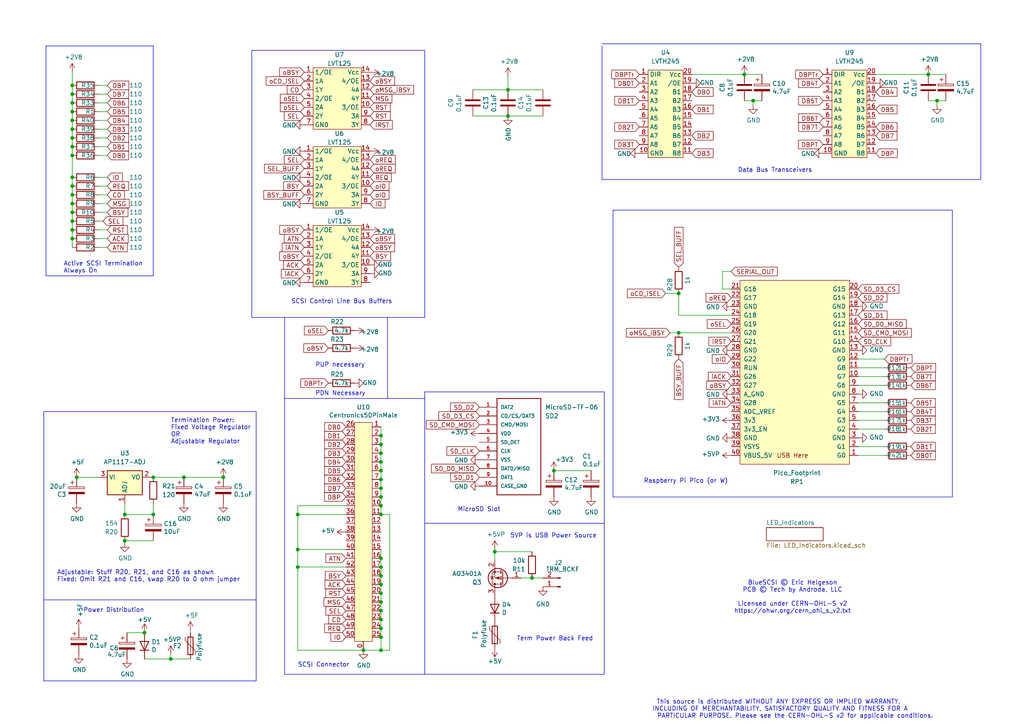
<source format=kicad_sch>
(kicad_sch (version 20231120) (generator "eeschema") (generator_version "8.0")
  (paper "A4")
  (title_block (title "BlueSCSI V2, Centronics 50 Pin, 2024.03a") (date "March 2024") (rev "1") (company "Tech by Androda, LLC"))
  (junction (at 41.91 183.515))
  (junction (at 110.49 182.245))
  (junction (at 110.49 179.705))
  (junction (at 110.49 184.785))
  (junction (at 20.955 59.055))
  (junction (at 110.49 131.445))
  (junction (at 110.49 164.465))
  (junction (at 44.45 138.43))
  (junction (at 20.955 32.385))
  (junction (at 110.49 146.685))
  (junction (at 218.44 29.21))
  (junction (at 20.955 42.545))
  (junction (at 147.32 33.655))
  (junction (at 20.955 56.515))
  (junction (at 49.53 191.135))
  (junction (at 110.49 136.525))
  (junction (at 86.36 149.225))
  (junction (at 147.32 26.035))
  (junction (at 143.51 160.02))
  (junction (at 196.85 85.09))
  (junction (at 86.36 159.385))
  (junction (at 53.34 138.43))
  (junction (at 20.955 61.595))
  (junction (at 110.49 188.595))
  (junction (at 20.955 69.215))
  (junction (at 110.49 133.985))
  (junction (at 22.225 138.43))
  (junction (at 110.49 174.625))
  (junction (at 20.955 64.135))
  (junction (at 20.955 37.465))
  (junction (at 160.655 136.525))
  (junction (at 36.195 156.845))
  (junction (at 110.49 128.905))
  (junction (at 215.9 21.59))
  (junction (at 110.49 126.365))
  (junction (at 64.77 138.43))
  (junction (at 269.24 21.59))
  (junction (at 20.955 34.925))
  (junction (at 86.36 164.465))
  (junction (at 110.49 167.005))
  (junction (at 110.49 141.605))
  (junction (at 20.955 29.845))
  (junction (at 110.49 169.545))
  (junction (at 196.85 96.52))
  (junction (at 110.49 161.925))
  (junction (at 20.955 40.005))
  (junction (at 271.78 29.21))
  (junction (at 20.955 24.765))
  (junction (at 110.49 177.165))
  (junction (at 44.45 149.225))
  (junction (at 20.955 45.085))
  (junction (at 36.195 149.225))
  (junction (at 110.49 144.145))
  (junction (at 20.955 51.435))
  (junction (at 20.955 27.305))
  (junction (at 110.49 172.085))
  (junction (at 105.41 188.595))
  (junction (at 154.305 167.64))
  (junction (at 110.49 139.065))
  (junction (at 110.49 149.225))
  (junction (at 20.955 53.975))
  (junction (at 20.955 66.675))
  (wire (pts (xy 194.31 96.52) (xy 196.85 96.52)))
  (wire (pts (xy 215.9 21.59) (xy 200.66 21.59)))
  (wire (pts (xy 110.49 141.605) (xy 110.49 144.145)))
  (polyline (pts (xy 74.295 173.99) (xy 74.295 119.38)))
  (wire (pts (xy 110.49 161.925) (xy 110.49 164.465)))
  (wire (pts (xy 43.815 138.43) (xy 44.45 138.43)))
  (wire (pts (xy 36.195 156.845) (xy 44.45 156.845)))
  (wire (pts (xy 100.33 159.385) (xy 86.36 159.385)))
  (polyline (pts (xy 175.26 151.765) (xy 175.26 113.665)))
  (wire (pts (xy 110.49 126.365) (xy 110.49 128.905)))
  (polyline (pts (xy 13.335 80.01) (xy 44.45 80.01)))
  (wire (pts (xy 271.78 29.21) (xy 271.78 30.48)))
  (wire (pts (xy 154.305 167.64) (xy 151.13 167.64)))
  (wire (pts (xy 20.955 24.765) (xy 20.955 27.305)))
  (wire (pts (xy 20.955 42.545) (xy 20.955 45.085)))
  (wire (pts (xy 49.53 191.135) (xy 55.245 191.135)))
  (polyline (pts (xy 74.295 197.485) (xy 74.295 173.99)))
  (wire (pts (xy 28.575 64.135) (xy 29.845 64.135)))
  (wire (pts (xy 269.24 29.21) (xy 271.78 29.21)))
  (wire (pts (xy 20.955 34.925) (xy 20.955 37.465)))
  (wire (pts (xy 215.9 29.21) (xy 218.44 29.21)))
  (polyline (pts (xy 74.295 173.99) (xy 74.295 173.99)))
  (wire (pts (xy 110.49 131.445) (xy 110.49 133.985)))
  (polyline (pts (xy 12.7 197.485) (xy 74.295 197.485)))
  (wire (pts (xy 147.32 33.655) (xy 157.48 33.655)))
  (wire (pts (xy 137.16 26.035) (xy 147.32 26.035)))
  (wire (pts (xy 110.49 128.905) (xy 110.49 131.445)))
  (wire (pts (xy 100.33 164.465) (xy 86.36 164.465)))
  (wire (pts (xy 28.575 42.545) (xy 31.115 42.545)))
  (polyline (pts (xy 177.8 60.96) (xy 177.8 144.145)))
  (wire (pts (xy 160.655 136.525) (xy 171.45 136.525)))
  (wire (pts (xy 248.92 119.38) (xy 256.54 119.38)))
  (wire (pts (xy 248.92 129.54) (xy 256.54 129.54)))
  (wire (pts (xy 248.92 111.76) (xy 256.54 111.76)))
  (wire (pts (xy 113.03 149.225) (xy 113.03 188.595)))
  (wire (pts (xy 110.49 159.385) (xy 110.49 161.925)))
  (wire (pts (xy 86.36 159.385) (xy 86.36 164.465)))
  (wire (pts (xy 31.115 59.055) (xy 28.575 59.055)))
  (polyline (pts (xy 175.26 195.58) (xy 175.26 151.765)))
  (polyline (pts (xy 12.7 119.38) (xy 74.295 119.38)))
  (wire (pts (xy 248.92 121.92) (xy 256.54 121.92)))
  (wire (pts (xy 110.49 169.545) (xy 110.49 172.085)))
  (wire (pts (xy 143.51 160.02) (xy 143.51 162.56)))
  (wire (pts (xy 28.575 40.005) (xy 31.115 40.005)))
  (polyline (pts (xy 12.7 173.99) (xy 74.295 173.99)))
  (polyline (pts (xy 276.225 144.145) (xy 177.8 144.145)))
  (wire (pts (xy 20.955 59.055) (xy 20.955 61.595)))
  (polyline (pts (xy 44.45 80.01) (xy 44.45 13.335)))
  (polyline (pts (xy 12.7 119.38) (xy 12.7 173.99)))
  (wire (pts (xy 212.09 91.44) (xy 196.85 91.44)))
  (polyline (pts (xy 73.025 14.605) (xy 123.19 14.605)))
  (polyline (pts (xy 73.025 92.075) (xy 123.19 92.075)))
  (wire (pts (xy 215.9 21.59) (xy 220.98 21.59)))
  (wire (pts (xy 193.04 85.09) (xy 196.85 85.09)))
  (wire (pts (xy 110.49 182.245) (xy 110.49 184.785)))
  (wire (pts (xy 28.575 53.975) (xy 31.115 53.975)))
  (wire (pts (xy 110.49 174.625) (xy 110.49 177.165)))
  (wire (pts (xy 36.195 146.05) (xy 36.195 149.225)))
  (wire (pts (xy 28.575 27.305) (xy 31.115 27.305)))
  (wire (pts (xy 86.36 146.685) (xy 86.36 149.225)))
  (wire (pts (xy 31.115 51.435) (xy 28.575 51.435)))
  (wire (pts (xy 20.955 27.305) (xy 20.955 29.845)))
  (wire (pts (xy 31.115 34.925) (xy 28.575 34.925)))
  (wire (pts (xy 20.955 32.385) (xy 20.955 34.925)))
  (wire (pts (xy 218.44 29.21) (xy 218.44 30.48)))
  (wire (pts (xy 31.115 37.465) (xy 28.575 37.465)))
  (wire (pts (xy 212.09 78.74) (xy 209.55 78.74)))
  (wire (pts (xy 20.955 66.675) (xy 20.955 69.215)))
  (wire (pts (xy 196.85 91.44) (xy 196.85 85.09)))
  (wire (pts (xy 110.49 133.985) (xy 110.49 136.525)))
  (polyline (pts (xy 174.625 13.335) (xy 174.625 52.07)))
  (wire (pts (xy 20.955 45.085) (xy 20.955 51.435)))
  (wire (pts (xy 28.575 66.675) (xy 31.115 66.675)))
  (wire (pts (xy 55.245 183.515) (xy 55.245 182.88)))
  (wire (pts (xy 196.85 96.52) (xy 212.09 96.52)))
  (wire (pts (xy 110.49 164.465) (xy 110.49 167.005)))
  (polyline (pts (xy 123.19 115.57) (xy 112.395 115.57)))
  (wire (pts (xy 110.49 177.165) (xy 110.49 179.705)))
  (polyline (pts (xy 13.335 13.335) (xy 44.45 13.335)))
  (wire (pts (xy 20.955 61.595) (xy 20.955 64.135)))
  (polyline (pts (xy 112.395 115.57) (xy 112.395 92.075)))
  (wire (pts (xy 209.55 78.74) (xy 209.55 83.82)))
  (wire (pts (xy 154.305 167.64) (xy 157.48 167.64)))
  (wire (pts (xy 110.49 188.595) (xy 105.41 188.595)))
  (wire (pts (xy 53.34 138.43) (xy 64.77 138.43)))
  (polyline (pts (xy 13.335 13.335) (xy 13.335 80.01)))
  (wire (pts (xy 147.32 26.035) (xy 157.48 26.035)))
  (wire (pts (xy 49.53 189.865) (xy 49.53 191.135)))
  (polyline (pts (xy 123.19 92.075) (xy 123.19 14.605)))
  (wire (pts (xy 248.92 116.84) (xy 256.54 116.84)))
  (wire (pts (xy 110.49 123.825) (xy 110.49 126.365)))
  (wire (pts (xy 20.955 20.955) (xy 20.955 24.765)))
  (wire (pts (xy 41.91 191.135) (xy 49.53 191.135)))
  (wire (pts (xy 36.195 156.845) (xy 36.195 157.48)))
  (polyline (pts (xy 177.8 60.96) (xy 276.225 60.96)))
  (wire (pts (xy 218.44 29.21) (xy 220.98 29.21)))
  (polyline (pts (xy 123.19 195.58) (xy 123.19 115.57)))
  (wire (pts (xy 31.115 45.085) (xy 28.575 45.085)))
  (wire (pts (xy 110.49 146.685) (xy 110.49 149.225)))
  (wire (pts (xy 110.49 172.085) (xy 110.49 174.625)))
  (wire (pts (xy 100.33 149.225) (xy 86.36 149.225)))
  (wire (pts (xy 147.32 22.225) (xy 147.32 26.035)))
  (wire (pts (xy 113.03 188.595) (xy 110.49 188.595)))
  (polyline (pts (xy 73.025 14.605) (xy 73.025 92.075)))
  (wire (pts (xy 28.575 138.43) (xy 22.225 138.43)))
  (wire (pts (xy 248.92 124.46) (xy 256.54 124.46)))
  (wire (pts (xy 110.49 144.145) (xy 110.49 146.685)))
  (polyline (pts (xy 12.7 173.99) (xy 12.7 197.485)))
  (wire (pts (xy 31.115 61.595) (xy 28.575 61.595)))
  (polyline (pts (xy 123.19 195.58) (xy 175.26 195.58)))
  (wire (pts (xy 110.49 149.225) (xy 113.03 149.225)))
  (wire (pts (xy 28.575 32.385) (xy 31.115 32.385)))
  (polyline (pts (xy 175.26 113.665) (xy 123.19 113.665)))
  (polyline (pts (xy 82.55 115.57) (xy 82.55 195.58)))
  (wire (pts (xy 248.92 104.14) (xy 256.54 104.14)))
  (wire (pts (xy 20.955 29.845) (xy 20.955 32.385)))
  (wire (pts (xy 248.92 109.22) (xy 256.54 109.22)))
  (wire (pts (xy 86.36 188.595) (xy 105.41 188.595)))
  (wire (pts (xy 110.49 139.065) (xy 110.49 141.605)))
  (polyline (pts (xy 82.55 195.58) (xy 123.19 195.58)))
  (wire (pts (xy 248.92 132.08) (xy 256.54 132.08)))
  (polyline (pts (xy 174.625 52.07) (xy 284.48 52.07)))
  (wire (pts (xy 28.575 24.765) (xy 31.115 24.765)))
  (wire (pts (xy 110.49 179.705) (xy 110.49 182.245)))
  (polyline (pts (xy 123.19 151.765) (xy 175.26 151.765)))
  (wire (pts (xy 20.955 53.975) (xy 20.955 56.515)))
  (wire (pts (xy 20.955 56.515) (xy 20.955 59.055)))
  (wire (pts (xy 110.49 167.005) (xy 110.49 169.545)))
  (wire (pts (xy 28.575 71.755) (xy 31.115 71.755)))
  (wire (pts (xy 31.115 69.215) (xy 28.575 69.215)))
  (wire (pts (xy 209.55 83.82) (xy 212.09 83.82)))
  (wire (pts (xy 248.92 106.68) (xy 256.54 106.68)))
  (wire (pts (xy 271.78 29.21) (xy 274.32 29.21)))
  (wire (pts (xy 110.49 184.785) (xy 110.49 188.595)))
  (wire (pts (xy 36.195 149.225) (xy 44.45 149.225)))
  (wire (pts (xy 44.45 138.43) (xy 53.34 138.43)))
  (polyline (pts (xy 284.48 52.07) (xy 284.48 12.7)))
  (wire (pts (xy 143.51 159.385) (xy 143.51 160.02)))
  (polyline (pts (xy 174.625 12.7) (xy 284.48 12.7)))
  (wire (pts (xy 269.24 21.59) (xy 274.32 21.59)))
  (wire (pts (xy 110.49 136.525) (xy 110.49 139.065)))
  (wire (pts (xy 20.955 51.435) (xy 20.955 53.975)))
  (polyline (pts (xy 123.19 113.665) (xy 123.19 115.57)))
  (polyline (pts (xy 276.225 60.96) (xy 276.225 144.145)))
  (wire (pts (xy 86.36 149.225) (xy 86.36 159.385)))
  (wire (pts (xy 20.955 64.135) (xy 20.955 66.675)))
  (wire (pts (xy 100.33 146.685) (xy 86.36 146.685)))
  (wire (pts (xy 137.16 33.655) (xy 147.32 33.655)))
  (wire (pts (xy 20.955 69.215) (xy 20.955 71.755)))
  (wire (pts (xy 28.575 56.515) (xy 31.115 56.515)))
  (wire (pts (xy 20.955 37.465) (xy 20.955 40.005)))
  (wire (pts (xy 44.45 146.05) (xy 44.45 149.225)))
  (polyline (pts (xy 82.55 115.57) (xy 112.395 115.57)))
  (wire (pts (xy 31.115 29.845) (xy 28.575 29.845)))
  (wire (pts (xy 36.83 183.515) (xy 41.91 183.515)))
  (polyline (pts (xy 82.55 92.075) (xy 82.55 115.57)))
  (wire (pts (xy 20.955 40.005) (xy 20.955 42.545)))
  (wire (pts (xy 269.24 21.59) (xy 254 21.59)))
  (wire (pts (xy 86.36 164.465) (xy 86.36 188.595)))
  (wire (pts (xy 154.305 160.02) (xy 143.51 160.02)))
  (text "Data Bus Transceivers" (at 213.995 50.165 0) (effects (font (size 1.27 1.27)) (justify left bottom)))
  (text "Termination Power:\nFixed Voltage Regulator\nOR\nAdjustable Regulator" (at 49.53 128.905 0) (effects (font (size 1.27 1.27)) (justify left bottom)))
  (text "Active SCSI Termination\nAlways On" (at 18.415 79.375 0) (effects (font (size 1.27 1.27)) (justify left bottom)))
  (text "Raspberry Pi Pico (or W)" (at 186.69 140.335 0) (effects (font (size 1.27 1.27)) (justify left bottom)))
  (text "Power Distribution" (at 24.13 177.8 0) (effects (font (size 1.27 1.27)) (justify left bottom)))
  (text "MicroSD Slot" (at 132.715 148.59 0) (effects (font (size 1.27 1.27)) (justify left bottom)))
  (text "SCSI Control Line Bus Buffers" (at 84.455 88.265 0) (effects (font (size 1.27 1.27)) (justify left bottom)))
  (text "SCSI Connector" (at 86.36 193.675 0) (effects (font (size 1.27 1.27)) (justify left bottom)))
  (text "5VP is USB Power Source" (at 147.955 156.21 0) (effects (font (size 1.27 1.27)) (justify left bottom)))
  (text "PDN Necessary" (at 91.44 114.935 0) (effects (font (size 1.27 1.27)) (justify left bottom)))
  (text "BlueSCSI © Eric Helgeson\nPCB © Tech by Androda, LLC\n\nLicensed under CERN-OHL-S v2\nhttps://ohwr.org/cern_ohl_s_v2.txt" (at 229.87 173.228 0) (effects (font (size 1.27 1.27))))
  (text "This source is distributed WITHOUT ANY EXPRESS OR IMPLIED WARRANTY,          \nINCLUDING OF MERCHANTABILITY, SATISFACTORY QUALITY AND FITNESS FOR A         \nPARTICULAR PURPOSE. Please see the CERN-OHL-S v2 for applicable conditions.\n\nAs per CERN-OHL-S v2 section 4, should You produce hardware based on this    \nsource, You must where practicable maintain the Source Location visible      \non the external case of the Device or other products you make using this source.  \n" (at 230.632 209.804 0) (effects (font (size 1.27 1.27))))
  (text "Term Power Back Feed" (at 149.86 186.055 0) (effects (font (size 1.27 1.27)) (justify left bottom)))
  (text "Adjustable: Stuff R20, R21, and C16 as shown\nFixed: Omit R21 and C16, swap R20 to 0 ohm jumper" (at 16.51 168.91 0) (effects (font (size 1.27 1.27)) (justify left bottom)))
  (text "PUP necessary" (at 91.44 106.68 0) (effects (font (size 1.27 1.27)) (justify left bottom)))
  (global_label "RST" (shape input) (at 31.115 66.675 0) (property "Intersheetrefs" "${INTERSHEET_REFS}" (effects (hide yes))))
  (global_label "oSEL" (shape input) (at 95.25 95.885 180) (property "Intersheetrefs" "${INTERSHEET_REFS}" (effects (hide yes))))
  (global_label "CD" (shape input) (at 100.33 179.705 180) (property "Intersheetrefs" "${INTERSHEET_REFS}" (effects (hide yes))))
  (global_label "MSG" (shape input) (at 107.315 28.575 0) (property "Intersheetrefs" "${INTERSHEET_REFS}" (effects (hide yes))))
  (global_label "SEL" (shape input) (at 29.845 64.135 0) (property "Intersheetrefs" "${INTERSHEET_REFS}" (effects (hide yes))))
  (global_label "DB7T" (shape input) (at 238.76 36.83 180) (property "Intersheetrefs" "${INTERSHEET_REFS}" (effects (hide yes))))
  (global_label "DB3" (shape input) (at 200.66 44.45 0) (property "Intersheetrefs" "${INTERSHEET_REFS}" (effects (hide yes))))
  (global_label "SD_D1" (shape input) (at 139.065 138.43 180) (property "Intersheetrefs" "${INTERSHEET_REFS}" (effects (hide yes))))
  (global_label "oBSY" (shape input) (at 107.315 23.495 0) (property "Intersheetrefs" "${INTERSHEET_REFS}" (effects (hide yes))))
  (global_label "DB6" (shape input) (at 254 36.83 0) (property "Intersheetrefs" "${INTERSHEET_REFS}" (effects (hide yes))))
  (global_label "SD_CLK" (shape input) (at 139.065 130.81 180) (property "Intersheetrefs" "${INTERSHEET_REFS}" (effects (hide yes))))
  (global_label "DB2T" (shape input) (at 185.42 36.83 180) (property "Intersheetrefs" "${INTERSHEET_REFS}" (effects (hide yes))))
  (global_label "DBP" (shape input) (at 100.33 144.145 180) (property "Intersheetrefs" "${INTERSHEET_REFS}" (effects (hide yes))))
  (global_label "IO" (shape input) (at 100.33 184.785 180) (property "Intersheetrefs" "${INTERSHEET_REFS}" (effects (hide yes))))
  (global_label "DB4" (shape input) (at 254 26.67 0) (property "Intersheetrefs" "${INTERSHEET_REFS}" (effects (hide yes))))
  (global_label "CD" (shape input) (at 88.265 26.035 180) (property "Intersheetrefs" "${INTERSHEET_REFS}" (effects (hide yes))))
  (global_label "DB1" (shape input) (at 31.115 42.545 0) (property "Intersheetrefs" "${INTERSHEET_REFS}" (effects (hide yes))))
  (global_label "DB1T" (shape input) (at 264.16 129.54 0) (property "Intersheetrefs" "${INTERSHEET_REFS}" (effects (hide yes))))
  (global_label "DB2" (shape input) (at 100.33 128.905 180) (property "Intersheetrefs" "${INTERSHEET_REFS}" (effects (hide yes))))
  (global_label "oIO" (shape input) (at 212.09 104.14 180) (property "Intersheetrefs" "${INTERSHEET_REFS}" (effects (hide yes))))
  (global_label "oBSY" (shape input) (at 107.315 71.755 0) (property "Intersheetrefs" "${INTERSHEET_REFS}" (effects (hide yes))))
  (global_label "DB3" (shape input) (at 31.115 37.465 0) (property "Intersheetrefs" "${INTERSHEET_REFS}" (effects (hide yes))))
  (global_label "DBPTr" (shape input) (at 95.25 111.125 180) (property "Intersheetrefs" "${INTERSHEET_REFS}" (effects (hide yes))))
  (global_label "DB5T" (shape input) (at 238.76 29.21 180) (property "Intersheetrefs" "${INTERSHEET_REFS}" (effects (hide yes))))
  (global_label "DB1T" (shape input) (at 185.42 29.21 180) (property "Intersheetrefs" "${INTERSHEET_REFS}" (effects (hide yes))))
  (global_label "SEL_BUFF" (shape input) (at 196.85 77.47 90) (property "Intersheetrefs" "${INTERSHEET_REFS}" (effects (hide yes))))
  (global_label "oMSG_iBSY" (shape input) (at 107.315 26.035 0) (property "Intersheetrefs" "${INTERSHEET_REFS}" (effects (hide yes))))
  (global_label "CD" (shape input) (at 31.115 56.515 0) (property "Intersheetrefs" "${INTERSHEET_REFS}" (effects (hide yes))))
  (global_label "DB6T" (shape input) (at 238.76 34.29 180) (property "Intersheetrefs" "${INTERSHEET_REFS}" (effects (hide yes))))
  (global_label "oREQ" (shape input) (at 107.315 46.355 0) (property "Intersheetrefs" "${INTERSHEET_REFS}" (effects (hide yes))))
  (global_label "BSY" (shape input) (at 107.315 74.295 0) (property "Intersheetrefs" "${INTERSHEET_REFS}" (effects (hide yes))))
  (global_label "REQ" (shape input) (at 31.115 53.975 0) (property "Intersheetrefs" "${INTERSHEET_REFS}" (effects (hide yes))))
  (global_label "ACK" (shape input) (at 88.265 76.835 180) (property "Intersheetrefs" "${INTERSHEET_REFS}" (effects (hide yes))))
  (global_label "iRST" (shape input) (at 107.315 36.195 0) (property "Intersheetrefs" "${INTERSHEET_REFS}" (effects (hide yes))))
  (global_label "DB1" (shape input) (at 100.33 126.365 180) (property "Intersheetrefs" "${INTERSHEET_REFS}" (effects (hide yes))))
  (global_label "iATN" (shape input) (at 88.265 71.755 180) (property "Intersheetrefs" "${INTERSHEET_REFS}" (effects (hide yes))))
  (global_label "oBSY" (shape input) (at 88.265 20.955 180) (property "Intersheetrefs" "${INTERSHEET_REFS}" (effects (hide yes))))
  (global_label "oBSY" (shape input) (at 88.265 66.675 180) (property "Intersheetrefs" "${INTERSHEET_REFS}" (effects (hide yes))))
  (global_label "DBP" (shape input) (at 31.115 24.765 0) (property "Intersheetrefs" "${INTERSHEET_REFS}" (effects (hide yes))))
  (global_label "RST" (shape input) (at 107.315 33.655 0) (property "Intersheetrefs" "${INTERSHEET_REFS}" (effects (hide yes))))
  (global_label "oBSY" (shape input) (at 88.265 74.295 180) (property "Intersheetrefs" "${INTERSHEET_REFS}" (effects (hide yes))))
  (global_label "DBPTr" (shape input) (at 185.42 21.59 180) (property "Intersheetrefs" "${INTERSHEET_REFS}" (effects (hide yes))))
  (global_label "oBSY" (shape input) (at 107.315 69.215 0) (property "Intersheetrefs" "${INTERSHEET_REFS}" (effects (hide yes))))
  (global_label "DB7T" (shape input) (at 264.16 109.22 0) (property "Intersheetrefs" "${INTERSHEET_REFS}" (effects (hide yes))))
  (global_label "SERIAL_OUT" (shape input) (at 212.09 78.74 0) (property "Intersheetrefs" "${INTERSHEET_REFS}" (effects (hide yes))))
  (global_label "BSY" (shape input) (at 100.33 167.005 180) (property "Intersheetrefs" "${INTERSHEET_REFS}" (effects (hide yes))))
  (global_label "RST" (shape input) (at 107.315 31.115 0) (property "Intersheetrefs" "${INTERSHEET_REFS}" (effects (hide yes))))
  (global_label "DB7" (shape input) (at 31.115 27.305 0) (property "Intersheetrefs" "${INTERSHEET_REFS}" (effects (hide yes))))
  (global_label "SD_D0_MISO" (shape input) (at 248.92 93.98 0) (property "Intersheetrefs" "${INTERSHEET_REFS}" (effects (hide yes))))
  (global_label "DB6" (shape input) (at 100.33 139.065 180) (property "Intersheetrefs" "${INTERSHEET_REFS}" (effects (hide yes))))
  (global_label "DB2" (shape input) (at 31.115 40.005 0) (property "Intersheetrefs" "${INTERSHEET_REFS}" (effects (hide yes))))
  (global_label "DB3T" (shape input) (at 185.42 41.91 180) (property "Intersheetrefs" "${INTERSHEET_REFS}" (effects (hide yes))))
  (global_label "DB4" (shape input) (at 31.115 34.925 0) (property "Intersheetrefs" "${INTERSHEET_REFS}" (effects (hide yes))))
  (global_label "DB0T" (shape input) (at 185.42 24.13 180) (property "Intersheetrefs" "${INTERSHEET_REFS}" (effects (hide yes))))
  (global_label "oSEL" (shape input) (at 88.265 31.115 180) (property "Intersheetrefs" "${INTERSHEET_REFS}" (effects (hide yes))))
  (global_label "oIO" (shape input) (at 107.315 56.515 0) (property "Intersheetrefs" "${INTERSHEET_REFS}" (effects (hide yes))))
  (global_label "DB5" (shape input) (at 31.115 32.385 0) (property "Intersheetrefs" "${INTERSHEET_REFS}" (effects (hide yes))))
  (global_label "SD_D3_CS" (shape input) (at 248.92 83.82 0) (property "Intersheetrefs" "${INTERSHEET_REFS}" (effects (hide yes))))
  (global_label "oMSG_iBSY" (shape input) (at 194.31 96.52 180) (property "Intersheetrefs" "${INTERSHEET_REFS}" (effects (hide yes))))
  (global_label "BSY" (shape input) (at 88.265 53.975 180) (property "Intersheetrefs" "${INTERSHEET_REFS}" (effects (hide yes))))
  (global_label "DBPT" (shape input) (at 238.76 41.91 180) (property "Intersheetrefs" "${INTERSHEET_REFS}" (effects (hide yes))))
  (global_label "SD_CMD_MOSI" (shape input) (at 139.065 123.19 180) (property "Intersheetrefs" "${INTERSHEET_REFS}" (effects (hide yes))))
  (global_label "SEL" (shape input) (at 88.265 33.655 180) (property "Intersheetrefs" "${INTERSHEET_REFS}" (effects (hide yes))))
  (global_label "BSY" (shape input) (at 31.115 61.595 0) (property "Intersheetrefs" "${INTERSHEET_REFS}" (effects (hide yes))))
  (global_label "DBPTr" (shape input) (at 256.54 104.14 0) (property "Intersheetrefs" "${INTERSHEET_REFS}" (effects (hide yes))))
  (global_label "oIO" (shape input) (at 107.315 53.975 0) (property "Intersheetrefs" "${INTERSHEET_REFS}" (effects (hide yes))))
  (global_label "DB7" (shape input) (at 100.33 141.605 180) (property "Intersheetrefs" "${INTERSHEET_REFS}" (effects (hide yes))))
  (global_label "oCD_iSEL" (shape input) (at 88.265 23.495 180) (property "Intersheetrefs" "${INTERSHEET_REFS}" (effects (hide yes))))
  (global_label "SD_CMD_MOSI" (shape input) (at 248.92 96.52 0) (property "Intersheetrefs" "${INTERSHEET_REFS}" (effects (hide yes))))
  (global_label "iRST" (shape input) (at 212.09 99.06 180) (property "Intersheetrefs" "${INTERSHEET_REFS}" (effects (hide yes))))
  (global_label "SEL_BUFF" (shape input) (at 88.265 48.895 180) (property "Intersheetrefs" "${INTERSHEET_REFS}" (effects (hide yes))))
  (global_label "DB0" (shape input) (at 100.33 123.825 180) (property "Intersheetrefs" "${INTERSHEET_REFS}" (effects (hide yes))))
  (global_label "DB7" (shape input) (at 254 39.37 0) (property "Intersheetrefs" "${INTERSHEET_REFS}" (effects (hide yes))))
  (global_label "DB6T" (shape input) (at 264.16 111.76 0) (property "Intersheetrefs" "${INTERSHEET_REFS}" (effects (hide yes))))
  (global_label "iACK" (shape input) (at 88.265 79.375 180) (property "Intersheetrefs" "${INTERSHEET_REFS}" (effects (hide yes))))
  (global_label "iATN" (shape input) (at 212.09 116.84 180) (property "Intersheetrefs" "${INTERSHEET_REFS}" (effects (hide yes))))
  (global_label "MSG" (shape input) (at 31.115 59.055 0) (property "Intersheetrefs" "${INTERSHEET_REFS}" (effects (hide yes))))
  (global_label "SD_D1" (shape input) (at 248.92 91.44 0) (property "Intersheetrefs" "${INTERSHEET_REFS}" (effects (hide yes))))
  (global_label "oSEL" (shape input) (at 212.09 93.98 180) (property "Intersheetrefs" "${INTERSHEET_REFS}" (effects (hide yes))))
  (global_label "ACK" (shape input) (at 31.115 69.215 0) (property "Intersheetrefs" "${INTERSHEET_REFS}" (effects (hide yes))))
  (global_label "DB5T" (shape input) (at 264.16 116.84 0) (property "Intersheetrefs" "${INTERSHEET_REFS}" (effects (hide yes))))
  (global_label "DB5" (shape input) (at 254 31.75 0) (property "Intersheetrefs" "${INTERSHEET_REFS}" (effects (hide yes))))
  (global_label "oSEL" (shape input) (at 88.265 28.575 180) (property "Intersheetrefs" "${INTERSHEET_REFS}" (effects (hide yes))))
  (global_label "DB5" (shape input) (at 100.33 136.525 180) (property "Intersheetrefs" "${INTERSHEET_REFS}" (effects (hide yes))))
  (global_label "DB2" (shape input) (at 200.66 39.37 0) (property "Intersheetrefs" "${INTERSHEET_REFS}" (effects (hide yes))))
  (global_label "SD_D0_MISO" (shape input) (at 139.065 135.89 180) (property "Intersheetrefs" "${INTERSHEET_REFS}" (effects (hide yes))))
  (global_label "SD_D2" (shape input) (at 248.92 86.36 0) (property "Intersheetrefs" "${INTERSHEET_REFS}" (effects (hide yes))))
  (global_label "SD_CLK" (shape input) (at 248.92 99.06 0) (property "Intersheetrefs" "${INTERSHEET_REFS}" (effects (hide yes))))
  (global_label "DB2T" (shape input) (at 264.16 124.46 0) (property "Intersheetrefs" "${INTERSHEET_REFS}" (effects (hide yes))))
  (global_label "oCD_iSEL" (shape input) (at 193.04 85.09 180) (property "Intersheetrefs" "${INTERSHEET_REFS}" (effects (hide yes))))
  (global_label "SD_D3_CS" (shape input) (at 139.065 120.65 180) (property "Intersheetrefs" "${INTERSHEET_REFS}" (effects (hide yes))))
  (global_label "REQ" (shape input) (at 107.315 51.435 0) (property "Intersheetrefs" "${INTERSHEET_REFS}" (effects (hide yes))))
  (global_label "oBSY" (shape input) (at 212.09 111.76 180) (property "Intersheetrefs" "${INTERSHEET_REFS}" (effects (hide yes))))
  (global_label "REQ" (shape input) (at 100.33 182.245 180) (property "Intersheetrefs" "${INTERSHEET_REFS}" (effects (hide yes))))
  (global_label "ATN" (shape input) (at 100.33 161.925 180) (property "Intersheetrefs" "${INTERSHEET_REFS}" (effects (hide yes))))
  (global_label "oREQ" (shape input) (at 107.315 48.895 0) (property "Intersheetrefs" "${INTERSHEET_REFS}" (effects (hide yes))))
  (global_label "BSY_BUFF" (shape input) (at 88.265 56.515 180) (property "Intersheetrefs" "${INTERSHEET_REFS}" (effects (hide yes))))
  (global_label "MSG" (shape input) (at 100.33 174.625 180) (property "Intersheetrefs" "${INTERSHEET_REFS}" (effects (hide yes))))
  (global_label "DB0" (shape input) (at 31.115 45.085 0) (property "Intersheetrefs" "${INTERSHEET_REFS}" (effects (hide yes))))
  (global_label "DB3T" (shape input) (at 264.16 121.92 0) (property "Intersheetrefs" "${INTERSHEET_REFS}" (effects (hide yes))))
  (global_label "oBSY" (shape input) (at 95.25 100.965 180) (property "Intersheetrefs" "${INTERSHEET_REFS}" (effects (hide yes))))
  (global_label "IO" (shape input) (at 31.115 51.435 0) (property "Intersheetrefs" "${INTERSHEET_REFS}" (effects (hide yes))))
  (global_label "RST" (shape input) (at 100.33 172.085 180) (property "Intersheetrefs" "${INTERSHEET_REFS}" (effects (hide yes))))
  (global_label "SEL" (shape input) (at 88.265 46.355 180) (property "Intersheetrefs" "${INTERSHEET_REFS}" (effects (hide yes))))
  (global_label "DBPT" (shape input) (at 264.16 106.68 0) (property "Intersheetrefs" "${INTERSHEET_REFS}" (effects (hide yes))))
  (global_label "ACK" (shape input) (at 100.33 169.545 180) (property "Intersheetrefs" "${INTERSHEET_REFS}" (effects (hide yes))))
  (global_label "oREQ" (shape input) (at 212.09 86.36 180) (property "Intersheetrefs" "${INTERSHEET_REFS}" (effects (hide yes))))
  (global_label "DB6" (shape input) (at 31.115 29.845 0) (property "Intersheetrefs" "${INTERSHEET_REFS}" (effects (hide yes))))
  (global_label "ATN" (shape input) (at 88.265 69.215 180) (property "Intersheetrefs" "${INTERSHEET_REFS}" (effects (hide yes))))
  (global_label "DB4T" (shape input) (at 264.16 119.38 0) (property "Intersheetrefs" "${INTERSHEET_REFS}" (effects (hide yes))))
  (global_label "BSY_BUFF" (shape input) (at 196.85 104.14 270) (property "Intersheetrefs" "${INTERSHEET_REFS}" (effects (hide yes))))
  (global_label "DB0" (shape input) (at 200.66 26.67 0) (property "Intersheetrefs" "${INTERSHEET_REFS}" (effects (hide yes))))
  (global_label "DB1" (shape input) (at 200.66 31.75 0) (property "Intersheetrefs" "${INTERSHEET_REFS}" (effects (hide yes))))
  (global_label "IO" (shape input) (at 107.315 59.055 0) (property "Intersheetrefs" "${INTERSHEET_REFS}" (effects (hide yes))))
  (global_label "SD_D2" (shape input) (at 139.065 118.11 180) (property "Intersheetrefs" "${INTERSHEET_REFS}" (effects (hide yes))))
  (global_label "DBPTr" (shape input) (at 238.76 21.59 180) (property "Intersheetrefs" "${INTERSHEET_REFS}" (effects (hide yes))))
  (global_label "SEL" (shape input) (at 100.33 177.165 180) (property "Intersheetrefs" "${INTERSHEET_REFS}" (effects (hide yes))))
  (global_label "iACK" (shape input) (at 212.09 109.22 180) (property "Intersheetrefs" "${INTERSHEET_REFS}" (effects (hide yes))))
  (global_label "DBP" (shape input) (at 254 44.45 0) (property "Intersheetrefs" "${INTERSHEET_REFS}" (effects (hide yes))))
  (global_label "DB0T" (shape input) (at 264.16 132.08 0) (property "Intersheetrefs" "${INTERSHEET_REFS}" (effects (hide yes))))
  (global_label "ATN" (shape input) (at 31.115 71.755 0) (property "Intersheetrefs" "${INTERSHEET_REFS}" (effects (hide yes))))
  (global_label "DB4" (shape input) (at 100.33 133.985 180) (property "Intersheetrefs" "${INTERSHEET_REFS}" (effects (hide yes))))
  (global_label "DB3" (shape input) (at 100.33 131.445 180) (property "Intersheetrefs" "${INTERSHEET_REFS}" (effects (hide yes))))
  (global_label "DB4T" (shape input) (at 238.76 24.13 180) (property "Intersheetrefs" "${INTERSHEET_REFS}" (effects (hide yes))))
  (symbol (lib_id "power:GND") (at 36.195 157.48 0) (unit 1)
    (property "Reference" "#PWR012" (effects (hide yes)))
    (property "Value" "GND" (at 36.322 161.8742 0))
  )
  (symbol (lib_id "power:+2V8") (at 64.77 138.43 0) (unit 1)
    (property "Reference" "#PWR015" (effects (hide yes)))
    (property "Value" "+2V8" (at 65.151 134.0358 0))
  )
  (symbol (lib_id "Device:CP") (at 53.34 142.24 0) (unit 1)
    (property "Reference" "C4" (at 56.3372 141.0716 0) (effects (justify left)))
    (property "Value" "47uF" (at 56.3372 143.383 0) (effects (justify left)))
    (property "Footprint" "Capacitor_SMD:C_1206_3216Metric_Pad1.42x1.75mm_HandSolder" (effects (hide yes)))
  )
  (symbol (lib_id "Device:CP") (at 22.225 142.24 0) (unit 1)
    (property "Reference" "C3" (at 19.2278 143.4084 0) (effects (justify right)))
    (property "Value" "20uF" (at 19.2278 141.097 0) (effects (justify right)))
    (property "Footprint" "Capacitor_SMD:C_1206_3216Metric_Pad1.42x1.75mm_HandSolder" (effects (hide yes)))
  )
  (symbol (lib_id "power:GND") (at 22.225 146.05 0) (unit 1)
    (property "Reference" "#PWR07" (effects (hide yes)))
    (property "Value" "GND" (at 22.352 150.4442 0))
  )
  (symbol (lib_id "power:GND") (at 53.34 146.05 0) (unit 1)
    (property "Reference" "#PWR013" (effects (hide yes)))
    (property "Value" "GND" (at 53.467 150.4442 0))
  )
  (symbol (lib_id "custom_symbols:+5V_TPWR") (at 41.91 183.515 0) (unit 1)
    (property "Reference" "#PWR019" (effects (hide yes)))
    (property "Value" "+5V" (at 41.91 179.705 0))
  )
  (symbol (lib_id "power:+3V3") (at 212.09 121.92 90) (unit 1)
    (property "Reference" "#PWR047" (effects (hide yes)))
    (property "Value" "+3V3" (at 208.8388 121.539 90) (effects (justify left)))
  )
  (symbol (lib_id "power:+5VP") (at 212.09 132.08 90) (unit 1)
    (property "Reference" "#PWR036" (effects (hide yes)))
    (property "Value" "+5VP" (at 208.8388 131.699 90) (effects (justify left)))
  )
  (symbol (lib_id "power:+5F") (at 22.225 138.43 0) (unit 1)
    (property "Reference" "#PWR06" (effects (hide yes)))
    (property "Value" "+5F" (at 22.606 134.0358 0))
  )
  (symbol (lib_id "power:+5F") (at 55.245 182.88 0) (unit 1)
    (property "Reference" "#PWR027" (effects (hide yes)))
    (property "Value" "+5F" (at 55.626 178.4858 0))
  )
  (symbol (lib_id "power:+5VP") (at 49.53 189.865 0) (unit 1)
    (property "Reference" "#PWR025" (effects (hide yes)))
    (property "Value" "+5VP" (at 49.911 185.4708 0))
  )
  (symbol (lib_id "custom_symbols:BlackSCSI") (at 231.14 135.89 180) (unit 1)
    (property "Reference" "RP1" (at 231.14 139.7 0))
    (property "Value" "Pico_Footprint" (at 231.14 137.16 0))
    (property "Footprint" "CustomFootprints:BluePillModule" (effects (hide yes)))
  )
  (symbol (lib_id "power:GND") (at 212.09 114.3 270) (unit 1)
    (property "Reference" "#PWR037" (effects (hide yes)))
    (property "Value" "GND" (at 208.8388 114.427 90) (effects (justify right)))
  )
  (symbol (lib_id "power:GND") (at 64.77 146.05 0) (unit 1)
    (property "Reference" "#PWR016" (effects (hide yes)))
    (property "Value" "GND" (at 64.897 150.4442 0))
  )
  (symbol (lib_id "Device:CP") (at 64.77 142.24 0) (unit 1)
    (property "Reference" "C5" (at 67.7672 141.0716 0) (effects (justify left)))
    (property "Value" "0.1uF" (at 67.7672 143.383 0) (effects (justify left)))
    (property "Footprint" "Capacitor_SMD:C_0603_1608Metric" (effects (hide yes)))
  )
  (symbol (lib_id "power:GND") (at 22.86 189.865 0) (unit 1)
    (property "Reference" "#PWR05" (effects (hide yes)))
    (property "Value" "GND" (at 22.987 194.2592 0))
  )
  (symbol (lib_id "Device:CP") (at 22.86 186.055 0) (unit 1)
    (property "Reference" "C2" (at 25.8572 184.8866 0) (effects (justify left)))
    (property "Value" "0.1uF" (at 25.8572 187.198 0) (effects (justify left)))
    (property "Footprint" "Capacitor_SMD:C_0603_1608Metric" (effects (hide yes)))
  )
  (symbol (lib_id "Device:D") (at 41.91 187.325 90) (unit 1)
    (property "Reference" "D1" (at 43.942 186.1566 90) (effects (justify right)))
    (property "Value" "D" (at 43.942 188.468 90) (effects (justify right)))
    (property "Footprint" "Diode_SMD:D_SMA" (effects (hide yes)))
  )
  (symbol (lib_id "power:GND") (at 36.83 191.135 0) (unit 1)
    (property "Reference" "#PWR018" (effects (hide yes)))
    (property "Value" "GND" (at 36.957 195.5292 0))
  )
  (symbol (lib_id "Device:CP") (at 36.83 187.325 0) (unit 1)
    (property "Reference" "C6" (at 31.75 187.96 0) (effects (justify left)))
    (property "Value" "4.7uF" (at 31.115 189.865 0) (effects (justify left)))
    (property "Footprint" "Capacitor_SMD:C_0603_1608Metric" (effects (hide yes)))
  )
  (symbol (lib_id "power:+3V3") (at 160.655 136.525 0) (unit 1)
    (property "Reference" "#PWR048" (effects (hide yes)))
    (property "Value" "+3V3" (at 161.036 133.2738 0) (effects (justify left)))
  )
  (symbol (lib_id "power:GND") (at 160.655 144.145 0) (unit 1)
    (property "Reference" "#PWR050" (effects (hide yes)))
    (property "Value" "GND" (at 160.782 148.5392 0))
  )
  (symbol (lib_id "Device:CP") (at 160.655 140.335 0) (unit 1)
    (property "Reference" "C12" (at 163.6522 139.1666 0) (effects (justify left)))
    (property "Value" "4.7uF" (at 163.6522 141.478 0) (effects (justify left)))
    (property "Footprint" "Capacitor_SMD:C_0603_1608Metric" (effects (hide yes)))
  )
  (symbol (lib_id "New_Library:LVT245") (at 246.38 17.78 0) (unit 1)
    (property "Reference" "U9" (at 246.38 15.24 0))
    (property "Value" "LVTH245" (at 246.38 17.78 0))
    (property "Footprint" "Package_SO:TSSOP-20_4.4x6.5mm_P0.65mm" (effects (hide yes)))
  )
  (symbol (lib_id "power:+2V8") (at 102.87 100.965 270) (unit 1)
    (property "Reference" "#PWR030" (effects (hide yes)))
    (property "Value" "+2V8" (at 107.2642 101.346 90))
  )
  (symbol (lib_id "power:GND") (at 271.78 30.48 0) (unit 1)
    (property "Reference" "#PWR022" (effects (hide yes)))
    (property "Value" "GND" (at 271.907 34.8742 0))
  )
  (symbol (lib_id "Device:R") (at 44.45 142.24 180) (unit 1)
    (property "Reference" "R21" (at 46.99 140.97 0) (effects (justify right)))
    (property "Value" "120" (at 46.99 143.51 0) (effects (justify right)))
    (property "Footprint" "Resistor_SMD:R_0805_2012Metric" (effects (hide yes)))
  )
  (symbol (lib_id "power:+3V3") (at 139.065 125.73 90) (unit 1)
    (property "Reference" "#PWR0101" (effects (hide yes)))
    (property "Value" "+3V3" (at 135.8138 125.349 90) (effects (justify left)))
  )
  (symbol (lib_id "power:GND") (at 107.315 76.835 90) (unit 1)
    (property "Reference" "#PWR03" (effects (hide yes)))
    (property "Value" "GND" (at 111.7092 76.708 90))
  )
  (symbol (lib_id "power:GND") (at 212.09 88.9 270) (unit 1)
    (property "Reference" "#PWR061" (effects (hide yes)))
    (property "Value" "GND" (at 208.8388 89.027 90) (effects (justify right)))
  )
  (symbol (lib_id "power:GND") (at 139.065 133.35 270) (unit 1)
    (property "Reference" "#PWR0103" (effects (hide yes)))
    (property "Value" "GND" (at 135.8138 133.477 90) (effects (justify right)))
  )
  (symbol (lib_id "power:GND") (at 88.265 59.055 270) (unit 1)
    (property "Reference" "#PWR033" (effects (hide yes)))
    (property "Value" "GND" (at 83.8708 59.182 90))
  )
  (symbol (lib_id "Device:R") (at 24.765 37.465 270) (unit 1)
    (property "Reference" "R39" (at 23.495 37.465 90) (effects (justify left)))
    (property "Value" "110" (at 37.465 37.465 90) (effects (justify left)))
    (property "Footprint" "Resistor_SMD:R_0603_1608Metric_Pad0.98x0.95mm_HandSolder" (effects (hide yes)))
  )
  (symbol (lib_id "power:GND") (at 248.92 88.9 90) (unit 1)
    (property "Reference" "#PWR064" (effects (hide yes)))
    (property "Value" "GND" (at 252.1712 88.773 90) (effects (justify right)))
  )
  (symbol (lib_id "Device:R") (at 24.765 27.305 270) (unit 1)
    (property "Reference" "R34" (at 23.495 27.305 90) (effects (justify left)))
    (property "Value" "110" (at 37.465 27.305 90) (effects (justify left)))
    (property "Footprint" "Resistor_SMD:R_0603_1608Metric_Pad0.98x0.95mm_HandSolder" (effects (hide yes)))
  )
  (symbol (lib_id "Device:R") (at 260.35 111.76 90) (unit 1)
    (property "Reference" "R14" (at 259.08 111.76 90))
    (property "Value" "1k" (at 261.62 111.76 90))
    (property "Footprint" "Resistor_SMD:R_0402_1005Metric_Pad0.72x0.64mm_HandSolder" (effects (hide yes)))
  )
  (symbol (lib_id "Device:CP") (at 274.32 25.4 0) (unit 1)
    (property "Reference" "C15" (at 277.3172 24.2316 0) (effects (justify left)))
    (property "Value" "4.7uF" (at 277.3172 26.543 0) (effects (justify left)))
    (property "Footprint" "Capacitor_SMD:C_0603_1608Metric" (effects (hide yes)))
  )
  (symbol (lib_id "power:GND") (at 254 24.13 90) (unit 1)
    (property "Reference" "#PWR020" (effects (hide yes)))
    (property "Value" "GND" (at 258.3942 24.003 90))
  )
  (symbol (lib_id "Device:R") (at 196.85 100.33 180) (unit 1)
    (property "Reference" "R29" (at 194.31 101.6 90))
    (property "Value" "1k" (at 199.39 100.33 90))
    (property "Footprint" "Resistor_SMD:R_0603_1608Metric_Pad0.98x0.95mm_HandSolder" (effects (hide yes)))
  )
  (symbol (lib_id "Device:R") (at 24.765 61.595 270) (unit 1)
    (property "Reference" "R10" (at 23.495 61.595 90) (effects (justify left)))
    (property "Value" "110" (at 37.465 61.595 90) (effects (justify left)))
    (property "Footprint" "Resistor_SMD:R_0603_1608Metric_Pad0.98x0.95mm_HandSolder" (effects (hide yes)))
  )
  (symbol (lib_id "Device:R") (at 24.765 53.975 270) (unit 1)
    (property "Reference" "R7" (at 24.765 53.975 90) (effects (justify left)))
    (property "Value" "110" (at 37.465 53.975 90) (effects (justify left)))
    (property "Footprint" "Resistor_SMD:R_0603_1608Metric_Pad0.98x0.95mm_HandSolder" (effects (hide yes)))
  )
  (symbol (lib_id "Transistor_FET:AO3401A") (at 146.05 167.64 180) (unit 1)
    (property "Reference" "Q3" (at 139.7 168.91 0) (effects (justify left)))
    (property "Value" "AO3401A" (at 139.7 166.37 0) (effects (justify left)))
    (property "Footprint" "Package_TO_SOT_SMD:SOT-23" (effects (hide yes)))
    (property "Datasheet" "http://www.aosmd.com/pdfs/datasheet/AO3401A.pdf" (effects (hide yes)))
  )
  (symbol (lib_id "Device:R") (at 24.765 42.545 270) (unit 1)
    (property "Reference" "R37" (at 23.495 42.545 90) (effects (justify left)))
    (property "Value" "110" (at 37.465 42.545 90) (effects (justify left)))
    (property "Footprint" "Resistor_SMD:R_0603_1608Metric_Pad0.98x0.95mm_HandSolder" (effects (hide yes)))
  )
  (symbol (lib_id "power:GND") (at 212.09 127 270) (unit 1)
    (property "Reference" "#PWR063" (effects (hide yes)))
    (property "Value" "GND" (at 208.8388 127.127 90) (effects (justify right)))
  )
  (symbol (lib_id "custom_symbols:Centronics50PinMale") (at 105.41 120.015 0) (unit 1)
    (property "Reference" "U10" (at 105.41 118.11 0))
    (property "Value" "Centronics50PinMale" (at 105.41 120.4214 0))
    (property "Footprint" "Library:Centronics50Male" (effects (hide yes)))
  )
  (symbol (lib_id "power:+2V8") (at 147.32 22.225 0) (unit 1)
    (property "Reference" "#PWR055" (effects (hide yes)))
    (property "Value" "+2V8" (at 147.701 17.8308 0))
  )
  (symbol (lib_id "Device:D") (at 143.51 176.53 90) (unit 1)
    (property "Reference" "D4" (at 145.542 175.3616 90) (effects (justify right)))
    (property "Value" "D" (at 145.542 177.673 90) (effects (justify right)))
    (property "Footprint" "Diode_SMD:D_SMA" (effects (hide yes)))
  )
  (symbol (lib_id "Device:Polyfuse") (at 143.51 184.15 180) (unit 1)
    (property "Reference" "F1" (at 137.795 182.88 90) (effects (justify left)))
    (property "Value" "Polyfuse" (at 140.335 179.705 90) (effects (justify left)))
    (property "Footprint" "Fuse:Fuse_0805_2012Metric_Pad1.15x1.40mm_HandSolder" (effects (hide yes)))
  )
  (symbol (lib_id "Device:R") (at 260.35 109.22 90) (unit 1)
    (property "Reference" "R13" (at 259.08 109.22 90))
    (property "Value" "1k" (at 261.62 109.22 90))
    (property "Footprint" "Resistor_SMD:R_0402_1005Metric_Pad0.72x0.64mm_HandSolder" (effects (hide yes)))
  )
  (symbol (lib_id "Device:R") (at 260.35 132.08 90) (unit 1)
    (property "Reference" "R42" (at 259.08 132.08 90))
    (property "Value" "1k" (at 261.62 132.08 90))
    (property "Footprint" "Resistor_SMD:R_0402_1005Metric_Pad0.72x0.64mm_HandSolder" (effects (hide yes)))
  )
  (symbol (lib_id "power:GND") (at 88.265 43.815 270) (unit 1)
    (property "Reference" "#PWR028" (effects (hide yes)))
    (property "Value" "GND" (at 83.8708 43.942 90))
  )
  (symbol (lib_id "Connector:Conn_01x02_Pin") (at 162.56 170.18 180) (unit 1)
    (property "Reference" "J2" (at 161.925 163.195 0))
    (property "Value" "TRM_BCKF" (at 163.195 165.1 0))
    (property "Footprint" "Connector_PinHeader_2.54mm:PinHeader_1x02_P2.54mm_Vertical" (effects (hide yes)))
  )
  (symbol (lib_id "power:GND") (at 218.44 30.48 0) (unit 1)
    (property "Reference" "#PWR010" (effects (hide yes)))
    (property "Value" "GND" (at 218.567 34.8742 0))
  )
  (symbol (lib_id "Device:R") (at 99.06 111.125 90) (unit 1)
    (property "Reference" "R25" (at 97.79 108.585 90))
    (property "Value" "4.7k" (at 99.06 111.125 90))
    (property "Footprint" "Resistor_SMD:R_0603_1608Metric_Pad0.98x0.95mm_HandSolder" (effects (hide yes)))
  )
  (symbol (lib_id "Device:R") (at 24.765 71.755 270) (unit 1)
    (property "Reference" "R2" (at 24.765 71.755 90) (effects (justify left)))
    (property "Value" "110" (at 37.465 71.755 90) (effects (justify left)))
    (property "Footprint" "Resistor_SMD:R_0603_1608Metric_Pad0.98x0.95mm_HandSolder" (effects (hide yes)))
  )
  (symbol (lib_id "Device:R") (at 24.765 69.215 270) (unit 1)
    (property "Reference" "R3" (at 24.765 69.215 90) (effects (justify left)))
    (property "Value" "110" (at 37.465 69.215 90) (effects (justify left)))
    (property "Footprint" "Resistor_SMD:R_0603_1608Metric_Pad0.98x0.95mm_HandSolder" (effects (hide yes)))
  )
  (symbol (lib_id "Device:CP") (at 44.45 153.035 0) (unit 1)
    (property "Reference" "C16" (at 47.4472 151.8666 0) (effects (justify left)))
    (property "Value" "10uF" (at 47.4472 154.178 0) (effects (justify left)))
    (property "Footprint" "Capacitor_SMD:C_0603_1608Metric" (effects (hide yes)))
  )
  (symbol (lib_id "power:+2V8") (at 107.315 66.675 270) (unit 1)
    (property "Reference" "#PWR053" (effects (hide yes)))
    (property "Value" "+2V8" (at 111.7092 67.056 90))
  )
  (symbol (lib_id "Device:R") (at 260.35 129.54 90) (unit 1)
    (property "Reference" "R19" (at 259.08 129.54 90))
    (property "Value" "1k" (at 261.62 129.54 90))
    (property "Footprint" "Resistor_SMD:R_0402_1005Metric_Pad0.72x0.64mm_HandSolder" (effects (hide yes)))
  )
  (symbol (lib_id "power:GND") (at 102.87 111.125 90) (unit 1)
    (property "Reference" "#PWR0106" (effects (hide yes)))
    (property "Value" "GND" (at 107.2642 110.998 90))
  )
  (symbol (lib_id "Device:R") (at 24.765 34.925 270) (unit 1)
    (property "Reference" "R40" (at 23.495 34.925 90) (effects (justify left)))
    (property "Value" "110" (at 37.465 34.925 90) (effects (justify left)))
    (property "Footprint" "Resistor_SMD:R_0603_1608Metric_Pad0.98x0.95mm_HandSolder" (effects (hide yes)))
  )
  (symbol (lib_id "Device:R") (at 24.765 64.135 270) (unit 1)
    (property "Reference" "R5" (at 24.765 64.135 90) (effects (justify left)))
    (property "Value" "110" (at 37.465 64.135 90) (effects (justify left)))
    (property "Footprint" "Resistor_SMD:R_0603_1608Metric_Pad0.98x0.95mm_HandSolder" (effects (hide yes)))
  )
  (symbol (lib_id "power:GND") (at 248.92 114.3 90) (unit 1)
    (property "Reference" "#PWR066" (effects (hide yes)))
    (property "Value" "GND" (at 252.1712 114.173 90) (effects (justify right)))
  )
  (symbol (lib_id "Device:R") (at 24.765 66.675 270) (unit 1)
    (property "Reference" "R4" (at 24.765 66.675 90) (effects (justify left)))
    (property "Value" "110" (at 37.465 66.675 90) (effects (justify left)))
    (property "Footprint" "Resistor_SMD:R_0603_1608Metric_Pad0.98x0.95mm_HandSolder" (effects (hide yes)))
  )
  (symbol (lib_id "Device:R") (at 260.35 119.38 90) (unit 1)
    (property "Reference" "R16" (at 259.08 119.38 90))
    (property "Value" "1k" (at 261.62 119.38 90))
    (property "Footprint" "Resistor_SMD:R_0402_1005Metric_Pad0.72x0.64mm_HandSolder" (effects (hide yes)))
  )
  (symbol (lib_id "power:+5F") (at 22.86 182.245 0) (unit 1)
    (property "Reference" "#PWR0116" (effects (hide yes)))
    (property "Value" "+5F" (at 23.241 178.9938 90) (effects (justify left)))
  )
  (symbol (lib_id "power:+2V8") (at 102.87 95.885 270) (unit 1)
    (property "Reference" "#PWR040" (effects (hide yes)))
    (property "Value" "+2V8" (at 107.2642 96.266 90))
  )
  (symbol (lib_id "Device:R") (at 99.06 95.885 90) (unit 1)
    (property "Reference" "R22" (at 97.79 93.345 90))
    (property "Value" "4.7k" (at 99.06 95.885 90))
    (property "Footprint" "Resistor_SMD:R_0603_1608Metric_Pad0.98x0.95mm_HandSolder" (effects (hide yes)))
  )
  (symbol (lib_id "Device:R") (at 260.35 124.46 90) (unit 1)
    (property "Reference" "R18" (at 259.08 124.46 90))
    (property "Value" "1k" (at 261.62 124.46 90))
    (property "Footprint" "Resistor_SMD:R_0402_1005Metric_Pad0.72x0.64mm_HandSolder" (effects (hide yes)))
  )
  (symbol (lib_id "power:GND") (at 88.265 51.435 270) (unit 1)
    (property "Reference" "#PWR031" (effects (hide yes)))
    (property "Value" "GND" (at 83.8708 51.562 90))
  )
  (symbol (lib_id "power:GND") (at 147.32 33.655 0) (unit 1)
    (property "Reference" "#PWR056" (effects (hide yes)))
    (property "Value" "GND" (at 147.447 36.9062 90) (effects (justify right)))
  )
  (symbol (lib_id "power:+2V8") (at 20.955 20.955 0) (unit 1)
    (property "Reference" "#PWR052" (effects (hide yes)))
    (property "Value" "+2V8" (at 21.336 16.5608 0))
  )
  (symbol (lib_id "Device:R") (at 154.305 163.83 180) (unit 1)
    (property "Reference" "R11" (at 152.4 165.1 0) (effects (justify left)))
    (property "Value" "10k" (at 152.4 162.56 0) (effects (justify left)))
    (property "Footprint" "Resistor_SMD:R_0603_1608Metric" (effects (hide yes)))
  )
  (symbol (lib_id "power:GND") (at 105.41 188.595 0) (unit 1)
    (property "Reference" "#PWR017" (effects (hide yes)))
    (property "Value" "GND" (at 105.537 192.9892 0))
  )
  (symbol (lib_id "New_Library:LVT125") (at 98.425 41.275 0) (unit 1)
    (property "Reference" "U6" (at 98.425 38.735 0))
    (property "Value" "LVT125" (at 98.425 41.275 0))
    (property "Footprint" "Package_SO:TSSOP-14_4.4x5mm_P0.65mm" (effects (hide yes)))
  )
  (symbol (lib_id "Regulator_Linear:AP1117-ADJ") (at 36.195 138.43 0) (unit 1)
    (property "Reference" "U3" (at 36.195 131.445 0))
    (property "Value" "AP1117-ADJ" (at 36.195 133.985 0))
    (property "Footprint" "Package_TO_SOT_SMD:SOT-223-3_TabPin2" (effects (hide yes)))
    (property "Datasheet" "http://www.diodes.com/datasheets/AP1117.pdf" (effects (hide yes)))
  )
  (symbol (lib_id "power:+5VP") (at 143.51 159.385 0) (unit 1)
    (property "Reference" "#PWR034" (effects (hide yes)))
    (property "Value" "+5VP" (at 143.891 154.9908 0))
  )
  (symbol (lib_id "power:GND") (at 88.265 36.195 270) (unit 1)
    (property "Reference" "#PWR057" (effects (hide yes)))
    (property "Value" "GND" (at 83.8708 36.322 90))
  )
  (symbol (lib_id "Device:C") (at 137.16 29.845 180) (unit 1)
    (property "Reference" "C9" (at 130.7592 29.845 90))
    (property "Value" "0.1uF" (at 133.0706 29.845 90))
    (property "Footprint" "Capacitor_SMD:C_0603_1608Metric" (effects (hide yes)))
  )
  (symbol (lib_id "Device:R") (at 24.765 45.085 270) (unit 1)
    (property "Reference" "R36" (at 23.495 45.085 90) (effects (justify left)))
    (property "Value" "110" (at 37.465 45.085 90) (effects (justify left)))
    (property "Footprint" "Resistor_SMD:R_0603_1608Metric_Pad0.98x0.95mm_HandSolder" (effects (hide yes)))
  )
  (symbol (lib_id "power:+2V8") (at 269.24 21.59 0) (unit 1)
    (property "Reference" "#PWR021" (effects (hide yes)))
    (property "Value" "+2V8" (at 269.621 17.1958 0))
  )
  (symbol (lib_id "Device:R") (at 260.35 121.92 90) (unit 1)
    (property "Reference" "R17" (at 259.08 121.92 90))
    (property "Value" "1k" (at 261.62 121.92 90))
    (property "Footprint" "Resistor_SMD:R_0402_1005Metric_Pad0.72x0.64mm_HandSolder" (effects (hide yes)))
  )
  (symbol (lib_id "Device:R") (at 99.06 100.965 90) (unit 1)
    (property "Reference" "R23" (at 97.79 98.425 90))
    (property "Value" "4.7k" (at 99.06 100.965 90))
    (property "Footprint" "Resistor_SMD:R_0603_1608Metric_Pad0.98x0.95mm_HandSolder" (effects (hide yes)))
  )
  (symbol (lib_id "power:GND") (at 185.42 44.45 270) (unit 1)
    (property "Reference" "#PWR02" (effects (hide yes)))
    (property "Value" "GND" (at 181.0258 44.577 90))
  )
  (symbol (lib_id "Device:R") (at 36.195 153.035 180) (unit 1)
    (property "Reference" "R20" (at 34.29 154.305 0) (effects (justify left)))
    (property "Value" "154" (at 34.29 151.765 0) (effects (justify left)))
    (property "Footprint" "Resistor_SMD:R_0603_1608Metric" (effects (hide yes)))
  )
  (symbol (lib_id "New_Library:MicroSD-TF-06") (at 139.065 118.11 0) (unit 1)
    (property "Reference" "SD2" (at 158.115 120.65 0) (effects (justify left)))
    (property "Value" "MicroSD-TF-06" (at 158.115 118.11 0) (effects (justify left)))
    (property "Footprint" "Library:TF-06_MicroSD" (effects (hide yes)))
    (property "MANUFACTURER_PART_NUMBER" "C693844" (effects (hide yes)))
  )
  (symbol (lib_id "power:GND") (at 200.66 24.13 90) (unit 1)
    (property "Reference" "#PWR08" (effects (hide yes)))
    (property "Value" "GND" (at 205.0542 24.003 90))
  )
  (symbol (lib_id "Device:R") (at 260.35 116.84 90) (unit 1)
    (property "Reference" "R15" (at 259.08 116.84 90))
    (property "Value" "1k" (at 261.62 116.84 90))
    (property "Footprint" "Resistor_SMD:R_0402_1005Metric_Pad0.72x0.64mm_HandSolder" (effects (hide yes)))
  )
  (symbol (lib_id "Device:R") (at 24.765 56.515 270) (unit 1)
    (property "Reference" "R8" (at 24.765 56.515 90) (effects (justify left)))
    (property "Value" "110" (at 37.465 56.515 90) (effects (justify left)))
    (property "Footprint" "Resistor_SMD:R_0603_1608Metric_Pad0.98x0.95mm_HandSolder" (effects (hide yes)))
  )
  (symbol (lib_id "power:GND") (at 248.92 127 90) (unit 1)
    (property "Reference" "#PWR067" (effects (hide yes)))
    (property "Value" "GND" (at 252.1712 126.873 90) (effects (justify right)))
  )
  (symbol (lib_id "Device:R") (at 196.85 81.28 180) (unit 1)
    (property "Reference" "R28" (at 194.31 82.55 90))
    (property "Value" "1k" (at 199.39 81.28 90))
    (property "Footprint" "Resistor_SMD:R_0603_1608Metric_Pad0.98x0.95mm_HandSolder" (effects (hide yes)))
  )
  (symbol (lib_id "power:GND") (at 212.09 101.6 270) (unit 1)
    (property "Reference" "#PWR062" (effects (hide yes)))
    (property "Value" "GND" (at 208.8388 101.727 90) (effects (justify right)))
  )
  (symbol (lib_id "Device:R") (at 24.765 51.435 270) (unit 1)
    (property "Reference" "R6" (at 24.765 51.435 90) (effects (justify left)))
    (property "Value" "110" (at 37.465 51.435 90) (effects (justify left)))
    (property "Footprint" "Resistor_SMD:R_0603_1608Metric_Pad0.98x0.95mm_HandSolder" (effects (hide yes)))
  )
  (symbol (lib_id "Device:C") (at 147.32 29.845 180) (unit 1)
    (property "Reference" "C13" (at 140.9192 29.845 90))
    (property "Value" "0.1uF" (at 143.2306 29.845 90))
    (property "Footprint" "Capacitor_SMD:C_0603_1608Metric" (effects (hide yes)))
  )
  (symbol (lib_id "Device:C") (at 157.48 29.845 180) (unit 1)
    (property "Reference" "C14" (at 151.0792 29.845 90))
    (property "Value" "0.1uF" (at 153.3906 29.845 90))
    (property "Footprint" "Capacitor_SMD:C_0603_1608Metric" (effects (hide yes)))
  )
  (symbol (lib_id "New_Library:LVT125") (at 98.425 64.135 0) (unit 1)
    (property "Reference" "U5" (at 98.425 61.595 0))
    (property "Value" "LVT125" (at 98.425 64.135 0))
    (property "Footprint" "Package_SO:TSSOP-14_4.4x5mm_P0.65mm" (effects (hide yes)))
  )
  (symbol (lib_id "Device:Polyfuse") (at 55.245 187.325 0) (unit 1)
    (property "Reference" "F2" (at 50.165 187.325 0) (effects (justify left)))
    (property "Value" "Polyfuse" (at 57.785 191.77 90) (effects (justify left)))
    (property "Footprint" "Fuse:Fuse_0805_2012Metric_Pad1.15x1.40mm_HandSolder" (effects (hide yes)))
  )
  (symbol (lib_id "Device:R") (at 24.765 29.845 270) (unit 1)
    (property "Reference" "R33" (at 23.495 29.845 90) (effects (justify left)))
    (property "Value" "110" (at 37.465 29.845 90) (effects (justify left)))
    (property "Footprint" "Resistor_SMD:R_0603_1608Metric_Pad0.98x0.95mm_HandSolder" (effects (hide yes)))
  )
  (symbol (lib_id "power:GND") (at 88.265 81.915 270) (unit 1)
    (property "Reference" "#PWR024" (effects (hide yes)))
    (property "Value" "GND" (at 83.8708 82.042 90))
  )
  (symbol (lib_id "Device:C") (at 215.9 25.4 0) (unit 1)
    (property "Reference" "C8" (at 209.4992 25.4 90))
    (property "Value" "0.1uF" (at 211.8106 25.4 90))
    (property "Footprint" "Capacitor_SMD:C_0603_1608Metric" (effects (hide yes)))
  )
  (symbol (lib_id "Device:CP") (at 220.98 25.4 0) (unit 1)
    (property "Reference" "C10" (at 223.9772 24.2316 0) (effects (justify left)))
    (property "Value" "4.7uF" (at 223.9772 26.543 0) (effects (justify left)))
    (property "Footprint" "Capacitor_SMD:C_0603_1608Metric" (effects (hide yes)))
  )
  (symbol (lib_id "power:GND") (at 107.315 79.375 90) (unit 1)
    (property "Reference" "#PWR04" (effects (hide yes)))
    (property "Value" "GND" (at 111.7092 79.248 90))
  )
  (symbol (lib_id "custom_symbols:+5V_TPWR") (at 100.33 154.305 90) (unit 1)
    (property "Reference" "#PWR014" (effects (hide yes)))
    (property "Value" "+5V" (at 97.0788 153.924 90) (effects (justify left)))
  )
  (symbol (lib_id "power:+2V8") (at 215.9 21.59 0) (unit 1)
    (property "Reference" "#PWR09" (effects (hide yes)))
    (property "Value" "+2V8" (at 216.281 17.1958 0))
  )
  (symbol (lib_id "New_Library:LVT125") (at 98.425 18.415 0) (unit 1)
    (property "Reference" "U7" (at 98.425 15.875 0))
    (property "Value" "LVT125" (at 98.425 18.415 0))
    (property "Footprint" "Package_SO:TSSOP-14_4.4x5mm_P0.65mm" (effects (hide yes)))
  )
  (symbol (lib_id "Device:CP") (at 171.45 140.335 0) (unit 1)
    (property "Reference" "C1" (at 168.91 132.3086 0) (effects (justify left)))
    (property "Value" "0.1uF" (at 168.91 134.62 0) (effects (justify left)))
    (property "Footprint" "Capacitor_SMD:C_0603_1608Metric" (effects (hide yes)))
  )
  (symbol (lib_id "Device:R") (at 24.765 40.005 270) (unit 1)
    (property "Reference" "R38" (at 23.495 40.005 90) (effects (justify left)))
    (property "Value" "110" (at 37.465 40.005 90) (effects (justify left)))
    (property "Footprint" "Resistor_SMD:R_0603_1608Metric_Pad0.98x0.95mm_HandSolder" (effects (hide yes)))
  )
  (symbol (lib_id "power:+2V8") (at 107.315 20.955 270) (unit 1)
    (property "Reference" "#PWR060" (effects (hide yes)))
    (property "Value" "+2V8" (at 111.7092 21.336 90))
  )
  (symbol (lib_id "Device:C") (at 269.24 25.4 0) (unit 1)
    (property "Reference" "C11" (at 262.8392 25.4 90))
    (property "Value" "0.1uF" (at 265.1506 25.4 90))
    (property "Footprint" "Capacitor_SMD:C_0603_1608Metric" (effects (hide yes)))
  )
  (symbol (lib_id "Device:R") (at 24.765 32.385 270) (unit 1)
    (property "Reference" "R1" (at 24.765 32.385 90) (effects (justify left)))
    (property "Value" "110" (at 37.465 32.385 90) (effects (justify left)))
    (property "Footprint" "Resistor_SMD:R_0603_1608Metric_Pad0.98x0.95mm_HandSolder" (effects (hide yes)))
  )
  (symbol (lib_id "power:+2V8") (at 107.315 43.815 270) (unit 1)
    (property "Reference" "#PWR054" (effects (hide yes)))
    (property "Value" "+2V8" (at 111.7092 44.196 90))
  )
  (symbol (lib_id "Device:R") (at 24.765 24.765 270) (unit 1)
    (property "Reference" "R35" (at 23.495 24.765 90) (effects (justify left)))
    (property "Value" "110" (at 37.465 24.765 90) (effects (justify left)))
    (property "Footprint" "Resistor_SMD:R_0603_1608Metric_Pad0.98x0.95mm_HandSolder" (effects (hide yes)))
  )
  (symbol (lib_name "GND_1") (lib_id "power:GND") (at 157.48 170.18 0) (unit 1)
    (property "Reference" "#PWR035" (effects (hide yes)))
    (property "Value" "GND" (at 157.48 175.26 0))
  )
  (symbol (lib_id "Device:R") (at 260.35 106.68 90) (unit 1)
    (property "Reference" "R12" (at 259.08 106.68 90))
    (property "Value" "1k" (at 261.62 106.68 90))
    (property "Footprint" "Resistor_SMD:R_0402_1005Metric_Pad0.72x0.64mm_HandSolder" (effects (hide yes)))
  )
  (symbol (lib_id "power:GND") (at 171.45 144.145 0) (unit 1)
    (property "Reference" "#PWR01" (effects (hide yes)))
    (property "Value" "GND" (at 171.577 148.5392 0))
  )
  (symbol (lib_id "New_Library:LVT245") (at 193.04 17.78 0) (unit 1)
    (property "Reference" "U4" (at 193.04 15.24 0))
    (property "Value" "LVTH245" (at 193.04 17.78 0))
    (property "Footprint" "Package_SO:TSSOP-20_4.4x6.5mm_P0.65mm" (effects (hide yes)))
  )
  (symbol (lib_id "power:GND") (at 248.92 101.6 90) (unit 1)
    (property "Reference" "#PWR065" (effects (hide yes)))
    (property "Value" "GND" (at 252.1712 101.473 90) (effects (justify right)))
  )
  (symbol (lib_id "Device:R") (at 24.765 59.055 270) (unit 1)
    (property "Reference" "R9" (at 24.765 59.055 90) (effects (justify left)))
    (property "Value" "110" (at 37.465 59.055 90) (effects (justify left)))
    (property "Footprint" "Resistor_SMD:R_0603_1608Metric_Pad0.98x0.95mm_HandSolder" (effects (hide yes)))
  )
  (symbol (lib_id "custom_symbols:+5V_TPWR") (at 143.51 187.96 180) (unit 1)
    (property "Reference" "#PWR032" (effects (hide yes)))
    (property "Value" "+5V" (at 143.51 191.77 0))
  )
  (symbol (lib_id "power:GND") (at 139.065 140.97 270) (unit 1)
    (property "Reference" "#PWR0102" (effects (hide yes)))
    (property "Value" "GND" (at 135.8138 141.097 90) (effects (justify right)))
  )
  (symbol (lib_id "power:GND") (at 238.76 44.45 270) (unit 1)
    (property "Reference" "#PWR011" (effects (hide yes)))
    (property "Value" "GND" (at 234.3658 44.577 90))
  )
  (sheet (at 222.25 153.035) (size 16.51 3.81) (stroke (width 0.1524))
    (property "Sheetname" "LED_Indicators" (at 222.25 152.3234 0) (effects (justify left bottom)))
    (property "Sheetfile" "LED_Indicators.kicad_sch" (at 222.25 157.4296 0) (effects (justify left top)))
  )
)
</source>
